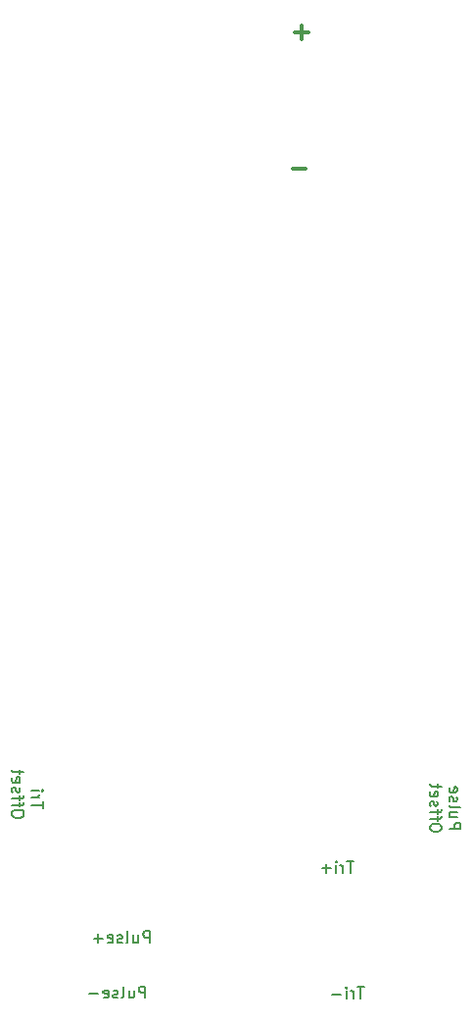
<source format=gbr>
G04 #@! TF.GenerationSoftware,KiCad,Pcbnew,(5.1.0)-1*
G04 #@! TF.CreationDate,2019-04-11T22:52:00-04:00*
G04 #@! TF.ProjectId,lfo,6c666f2e-6b69-4636-9164-5f7063625858,rev?*
G04 #@! TF.SameCoordinates,Original*
G04 #@! TF.FileFunction,Legend,Bot*
G04 #@! TF.FilePolarity,Positive*
%FSLAX46Y46*%
G04 Gerber Fmt 4.6, Leading zero omitted, Abs format (unit mm)*
G04 Created by KiCad (PCBNEW (5.1.0)-1) date 2019-04-11 22:52:00*
%MOMM*%
%LPD*%
G04 APERTURE LIST*
%ADD10C,0.150000*%
%ADD11C,0.300000*%
G04 APERTURE END LIST*
D10*
X233227380Y-116609880D02*
X232655952Y-116609880D01*
X232941666Y-117609880D02*
X232941666Y-116609880D01*
X232322619Y-117609880D02*
X232322619Y-116943214D01*
X232322619Y-117133690D02*
X232275000Y-117038452D01*
X232227380Y-116990833D01*
X232132142Y-116943214D01*
X232036904Y-116943214D01*
X231703571Y-117609880D02*
X231703571Y-116943214D01*
X231703571Y-116609880D02*
X231751190Y-116657500D01*
X231703571Y-116705119D01*
X231655952Y-116657500D01*
X231703571Y-116609880D01*
X231703571Y-116705119D01*
X231227380Y-117228928D02*
X230465476Y-117228928D01*
X230846428Y-117609880D02*
X230846428Y-116847976D01*
X234116380Y-127468380D02*
X233544952Y-127468380D01*
X233830666Y-128468380D02*
X233830666Y-127468380D01*
X233211619Y-128468380D02*
X233211619Y-127801714D01*
X233211619Y-127992190D02*
X233164000Y-127896952D01*
X233116380Y-127849333D01*
X233021142Y-127801714D01*
X232925904Y-127801714D01*
X232592571Y-128468380D02*
X232592571Y-127801714D01*
X232592571Y-127468380D02*
X232640190Y-127516000D01*
X232592571Y-127563619D01*
X232544952Y-127516000D01*
X232592571Y-127468380D01*
X232592571Y-127563619D01*
X232116380Y-128087428D02*
X231354476Y-128087428D01*
X215217071Y-128404880D02*
X215217071Y-127404880D01*
X214836119Y-127404880D01*
X214740880Y-127452500D01*
X214693261Y-127500119D01*
X214645642Y-127595357D01*
X214645642Y-127738214D01*
X214693261Y-127833452D01*
X214740880Y-127881071D01*
X214836119Y-127928690D01*
X215217071Y-127928690D01*
X213788500Y-127738214D02*
X213788500Y-128404880D01*
X214217071Y-127738214D02*
X214217071Y-128262023D01*
X214169452Y-128357261D01*
X214074214Y-128404880D01*
X213931357Y-128404880D01*
X213836119Y-128357261D01*
X213788500Y-128309642D01*
X213169452Y-128404880D02*
X213264690Y-128357261D01*
X213312309Y-128262023D01*
X213312309Y-127404880D01*
X212836119Y-128357261D02*
X212740880Y-128404880D01*
X212550404Y-128404880D01*
X212455166Y-128357261D01*
X212407547Y-128262023D01*
X212407547Y-128214404D01*
X212455166Y-128119166D01*
X212550404Y-128071547D01*
X212693261Y-128071547D01*
X212788500Y-128023928D01*
X212836119Y-127928690D01*
X212836119Y-127881071D01*
X212788500Y-127785833D01*
X212693261Y-127738214D01*
X212550404Y-127738214D01*
X212455166Y-127785833D01*
X211598023Y-128357261D02*
X211693261Y-128404880D01*
X211883738Y-128404880D01*
X211978976Y-128357261D01*
X212026595Y-128262023D01*
X212026595Y-127881071D01*
X211978976Y-127785833D01*
X211883738Y-127738214D01*
X211693261Y-127738214D01*
X211598023Y-127785833D01*
X211550404Y-127881071D01*
X211550404Y-127976309D01*
X212026595Y-128071547D01*
X211121833Y-128023928D02*
X210359928Y-128023928D01*
X215598071Y-123642380D02*
X215598071Y-122642380D01*
X215217119Y-122642380D01*
X215121880Y-122690000D01*
X215074261Y-122737619D01*
X215026642Y-122832857D01*
X215026642Y-122975714D01*
X215074261Y-123070952D01*
X215121880Y-123118571D01*
X215217119Y-123166190D01*
X215598071Y-123166190D01*
X214169500Y-122975714D02*
X214169500Y-123642380D01*
X214598071Y-122975714D02*
X214598071Y-123499523D01*
X214550452Y-123594761D01*
X214455214Y-123642380D01*
X214312357Y-123642380D01*
X214217119Y-123594761D01*
X214169500Y-123547142D01*
X213550452Y-123642380D02*
X213645690Y-123594761D01*
X213693309Y-123499523D01*
X213693309Y-122642380D01*
X213217119Y-123594761D02*
X213121880Y-123642380D01*
X212931404Y-123642380D01*
X212836166Y-123594761D01*
X212788547Y-123499523D01*
X212788547Y-123451904D01*
X212836166Y-123356666D01*
X212931404Y-123309047D01*
X213074261Y-123309047D01*
X213169500Y-123261428D01*
X213217119Y-123166190D01*
X213217119Y-123118571D01*
X213169500Y-123023333D01*
X213074261Y-122975714D01*
X212931404Y-122975714D01*
X212836166Y-123023333D01*
X211979023Y-123594761D02*
X212074261Y-123642380D01*
X212264738Y-123642380D01*
X212359976Y-123594761D01*
X212407595Y-123499523D01*
X212407595Y-123118571D01*
X212359976Y-123023333D01*
X212264738Y-122975714D01*
X212074261Y-122975714D01*
X211979023Y-123023333D01*
X211931404Y-123118571D01*
X211931404Y-123213809D01*
X212407595Y-123309047D01*
X211502833Y-123261428D02*
X210740928Y-123261428D01*
X211121880Y-123642380D02*
X211121880Y-122880476D01*
X241482119Y-113823523D02*
X242482119Y-113823523D01*
X242482119Y-113442571D01*
X242434500Y-113347333D01*
X242386880Y-113299714D01*
X242291642Y-113252095D01*
X242148785Y-113252095D01*
X242053547Y-113299714D01*
X242005928Y-113347333D01*
X241958309Y-113442571D01*
X241958309Y-113823523D01*
X242148785Y-112394952D02*
X241482119Y-112394952D01*
X242148785Y-112823523D02*
X241624976Y-112823523D01*
X241529738Y-112775904D01*
X241482119Y-112680666D01*
X241482119Y-112537809D01*
X241529738Y-112442571D01*
X241577357Y-112394952D01*
X241482119Y-111775904D02*
X241529738Y-111871142D01*
X241624976Y-111918761D01*
X242482119Y-111918761D01*
X241529738Y-111442571D02*
X241482119Y-111347333D01*
X241482119Y-111156857D01*
X241529738Y-111061619D01*
X241624976Y-111014000D01*
X241672595Y-111014000D01*
X241767833Y-111061619D01*
X241815452Y-111156857D01*
X241815452Y-111299714D01*
X241863071Y-111394952D01*
X241958309Y-111442571D01*
X242005928Y-111442571D01*
X242101166Y-111394952D01*
X242148785Y-111299714D01*
X242148785Y-111156857D01*
X242101166Y-111061619D01*
X241529738Y-110204476D02*
X241482119Y-110299714D01*
X241482119Y-110490190D01*
X241529738Y-110585428D01*
X241624976Y-110633047D01*
X242005928Y-110633047D01*
X242101166Y-110585428D01*
X242148785Y-110490190D01*
X242148785Y-110299714D01*
X242101166Y-110204476D01*
X242005928Y-110156857D01*
X241910690Y-110156857D01*
X241815452Y-110633047D01*
X240832119Y-113799714D02*
X240832119Y-113609238D01*
X240784500Y-113514000D01*
X240689261Y-113418761D01*
X240498785Y-113371142D01*
X240165452Y-113371142D01*
X239974976Y-113418761D01*
X239879738Y-113514000D01*
X239832119Y-113609238D01*
X239832119Y-113799714D01*
X239879738Y-113894952D01*
X239974976Y-113990190D01*
X240165452Y-114037809D01*
X240498785Y-114037809D01*
X240689261Y-113990190D01*
X240784500Y-113894952D01*
X240832119Y-113799714D01*
X240498785Y-113085428D02*
X240498785Y-112704476D01*
X239832119Y-112942571D02*
X240689261Y-112942571D01*
X240784500Y-112894952D01*
X240832119Y-112799714D01*
X240832119Y-112704476D01*
X240498785Y-112514000D02*
X240498785Y-112133047D01*
X239832119Y-112371142D02*
X240689261Y-112371142D01*
X240784500Y-112323523D01*
X240832119Y-112228285D01*
X240832119Y-112133047D01*
X239879738Y-111847333D02*
X239832119Y-111752095D01*
X239832119Y-111561619D01*
X239879738Y-111466380D01*
X239974976Y-111418761D01*
X240022595Y-111418761D01*
X240117833Y-111466380D01*
X240165452Y-111561619D01*
X240165452Y-111704476D01*
X240213071Y-111799714D01*
X240308309Y-111847333D01*
X240355928Y-111847333D01*
X240451166Y-111799714D01*
X240498785Y-111704476D01*
X240498785Y-111561619D01*
X240451166Y-111466380D01*
X239879738Y-110609238D02*
X239832119Y-110704476D01*
X239832119Y-110894952D01*
X239879738Y-110990190D01*
X239974976Y-111037809D01*
X240355928Y-111037809D01*
X240451166Y-110990190D01*
X240498785Y-110894952D01*
X240498785Y-110704476D01*
X240451166Y-110609238D01*
X240355928Y-110561619D01*
X240260690Y-110561619D01*
X240165452Y-111037809D01*
X240498785Y-110275904D02*
X240498785Y-109894952D01*
X240832119Y-110133047D02*
X239974976Y-110133047D01*
X239879738Y-110085428D01*
X239832119Y-109990190D01*
X239832119Y-109894952D01*
X206350619Y-112021785D02*
X206350619Y-111450357D01*
X205350619Y-111736071D02*
X206350619Y-111736071D01*
X205350619Y-111117023D02*
X206017285Y-111117023D01*
X205826809Y-111117023D02*
X205922047Y-111069404D01*
X205969666Y-111021785D01*
X206017285Y-110926547D01*
X206017285Y-110831309D01*
X205350619Y-110497976D02*
X206017285Y-110497976D01*
X206350619Y-110497976D02*
X206303000Y-110545595D01*
X206255380Y-110497976D01*
X206303000Y-110450357D01*
X206350619Y-110497976D01*
X206255380Y-110497976D01*
X204700619Y-112593214D02*
X204700619Y-112402738D01*
X204653000Y-112307500D01*
X204557761Y-112212261D01*
X204367285Y-112164642D01*
X204033952Y-112164642D01*
X203843476Y-112212261D01*
X203748238Y-112307500D01*
X203700619Y-112402738D01*
X203700619Y-112593214D01*
X203748238Y-112688452D01*
X203843476Y-112783690D01*
X204033952Y-112831309D01*
X204367285Y-112831309D01*
X204557761Y-112783690D01*
X204653000Y-112688452D01*
X204700619Y-112593214D01*
X204367285Y-111878928D02*
X204367285Y-111497976D01*
X203700619Y-111736071D02*
X204557761Y-111736071D01*
X204653000Y-111688452D01*
X204700619Y-111593214D01*
X204700619Y-111497976D01*
X204367285Y-111307500D02*
X204367285Y-110926547D01*
X203700619Y-111164642D02*
X204557761Y-111164642D01*
X204653000Y-111117023D01*
X204700619Y-111021785D01*
X204700619Y-110926547D01*
X203748238Y-110640833D02*
X203700619Y-110545595D01*
X203700619Y-110355119D01*
X203748238Y-110259880D01*
X203843476Y-110212261D01*
X203891095Y-110212261D01*
X203986333Y-110259880D01*
X204033952Y-110355119D01*
X204033952Y-110497976D01*
X204081571Y-110593214D01*
X204176809Y-110640833D01*
X204224428Y-110640833D01*
X204319666Y-110593214D01*
X204367285Y-110497976D01*
X204367285Y-110355119D01*
X204319666Y-110259880D01*
X203748238Y-109402738D02*
X203700619Y-109497976D01*
X203700619Y-109688452D01*
X203748238Y-109783690D01*
X203843476Y-109831309D01*
X204224428Y-109831309D01*
X204319666Y-109783690D01*
X204367285Y-109688452D01*
X204367285Y-109497976D01*
X204319666Y-109402738D01*
X204224428Y-109355119D01*
X204129190Y-109355119D01*
X204033952Y-109831309D01*
X204367285Y-109069404D02*
X204367285Y-108688452D01*
X204700619Y-108926547D02*
X203843476Y-108926547D01*
X203748238Y-108878928D01*
X203700619Y-108783690D01*
X203700619Y-108688452D01*
D11*
X229298428Y-45065142D02*
X228155571Y-45065142D01*
X228727000Y-45636571D02*
X228727000Y-44493714D01*
X229107928Y-56812642D02*
X227965071Y-56812642D01*
M02*

</source>
